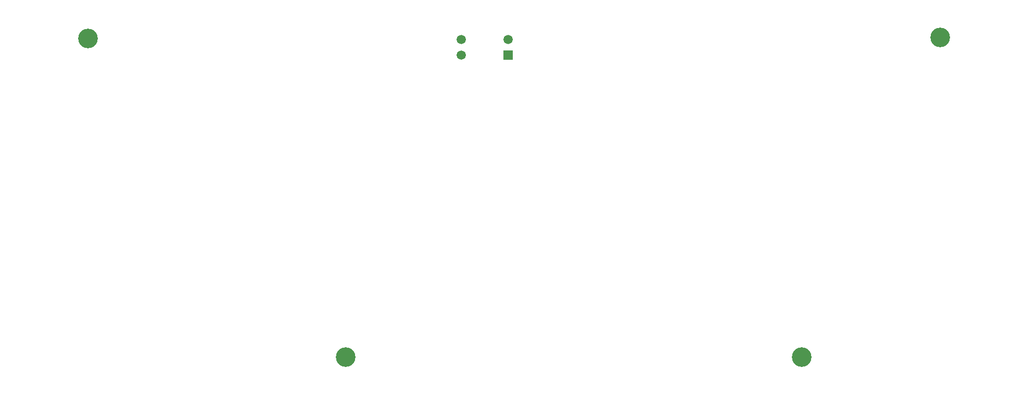
<source format=gbr>
%TF.GenerationSoftware,KiCad,Pcbnew,8.0.2*%
%TF.CreationDate,2025-02-09T16:12:03+01:00*%
%TF.ProjectId,FT25_AMS_Slave_fr,46543235-5f41-44d5-935f-536c6176655f,rev?*%
%TF.SameCoordinates,Original*%
%TF.FileFunction,Soldermask,Bot*%
%TF.FilePolarity,Negative*%
%FSLAX46Y46*%
G04 Gerber Fmt 4.6, Leading zero omitted, Abs format (unit mm)*
G04 Created by KiCad (PCBNEW 8.0.2) date 2025-02-09 16:12:03*
%MOMM*%
%LPD*%
G01*
G04 APERTURE LIST*
%ADD10C,0.100000*%
%ADD11C,3.200000*%
%ADD12R,1.500000X1.500000*%
%ADD13C,1.500000*%
G04 APERTURE END LIST*
D10*
%TO.C,*%
X86250000Y-74750000D03*
%TD*%
%TO.C,*%
X212800000Y-99800000D03*
%TD*%
%TO.C,*%
X212800000Y-74300000D03*
%TD*%
%TO.C,*%
X189400000Y-139400000D03*
%TD*%
%TO.C,*%
X215300000Y-74300000D03*
%TD*%
%TO.C,*%
X61000000Y-74400000D03*
%TD*%
%TO.C,*%
X105800000Y-115000000D03*
%TD*%
%TO.C,*%
X119950000Y-74800000D03*
%TD*%
%TO.C,*%
X63850000Y-83650000D03*
%TD*%
%TO.C,*%
X118850000Y-74800000D03*
%TD*%
%TO.C,*%
X59500000Y-74400000D03*
%TD*%
%TO.C,*%
X62400000Y-99900000D03*
%TD*%
D11*
%TO.C,H1*%
X68400000Y-78900000D03*
%TD*%
D10*
%TO.C,*%
X189050000Y-113350000D03*
%TD*%
%TO.C,*%
X116250000Y-134800000D03*
%TD*%
%TO.C,*%
X194000000Y-74800000D03*
%TD*%
%TO.C,*%
X58100000Y-74400000D03*
%TD*%
%TO.C,*%
X155900000Y-74750000D03*
%TD*%
%TO.C,*%
X162600000Y-134850000D03*
%TD*%
%TO.C,*%
X58100000Y-99900000D03*
%TD*%
%TO.C,*%
X163700000Y-134850000D03*
%TD*%
%TO.C,*%
X105300000Y-139300000D03*
%TD*%
%TO.C,*%
X201600000Y-99300000D03*
%TD*%
%TO.C,*%
X105800000Y-116100000D03*
%TD*%
%TO.C,*%
X189050000Y-114400000D03*
%TD*%
%TO.C,*%
X61000000Y-99900000D03*
%TD*%
%TO.C,*%
X189400000Y-136200000D03*
%TD*%
%TO.C,*%
X105300000Y-136100000D03*
%TD*%
%TO.C,*%
X154850000Y-74750000D03*
%TD*%
%TO.C,*%
X83100000Y-99350000D03*
%TD*%
%TO.C,*%
X216600000Y-99800000D03*
%TD*%
%TO.C,*%
X117800000Y-74800000D03*
%TD*%
D11*
%TO.C,H3*%
X184500000Y-130800000D03*
%TD*%
D12*
%TO.C,S101*%
X136760000Y-81620000D03*
D13*
X136760000Y-79080000D03*
X129140000Y-79080000D03*
X129140000Y-81620000D03*
%TD*%
D11*
%TO.C,H2*%
X207000000Y-78800000D03*
%TD*%
D10*
%TO.C,*%
X211500000Y-84150000D03*
%TD*%
%TO.C,*%
X214100000Y-74300000D03*
%TD*%
%TO.C,*%
X214100000Y-99800000D03*
%TD*%
%TO.C,*%
X195100000Y-74800000D03*
%TD*%
%TO.C,*%
X118400000Y-134800000D03*
%TD*%
%TO.C,*%
X84100000Y-74750000D03*
%TD*%
%TO.C,*%
X216600000Y-74300000D03*
%TD*%
%TO.C,*%
X211500000Y-82000000D03*
%TD*%
%TO.C,*%
X189400000Y-137800000D03*
%TD*%
%TO.C,*%
X202700000Y-99300000D03*
%TD*%
%TO.C,*%
X117300000Y-134800000D03*
%TD*%
%TO.C,*%
X105800000Y-117150000D03*
%TD*%
%TO.C,*%
X164750000Y-134850000D03*
%TD*%
%TO.C,*%
X200550000Y-99300000D03*
%TD*%
%TO.C,*%
X62400000Y-74400000D03*
%TD*%
%TO.C,*%
X157000000Y-74750000D03*
%TD*%
%TO.C,*%
X63850000Y-82550000D03*
%TD*%
%TO.C,*%
X59500000Y-99900000D03*
%TD*%
%TO.C,*%
X85150000Y-74750000D03*
%TD*%
%TO.C,*%
X192950000Y-74800000D03*
%TD*%
%TO.C,*%
X189050000Y-112250000D03*
%TD*%
%TO.C,*%
X211500000Y-83100000D03*
%TD*%
D11*
%TO.C,H4*%
X110300000Y-130800000D03*
%TD*%
D10*
%TO.C,*%
X84150000Y-99350000D03*
%TD*%
%TO.C,*%
X215300000Y-99800000D03*
%TD*%
%TO.C,*%
X63850000Y-84700000D03*
%TD*%
%TO.C,*%
X85250000Y-99350000D03*
%TD*%
%TO.C,*%
X105300000Y-137700000D03*
%TD*%
M02*

</source>
